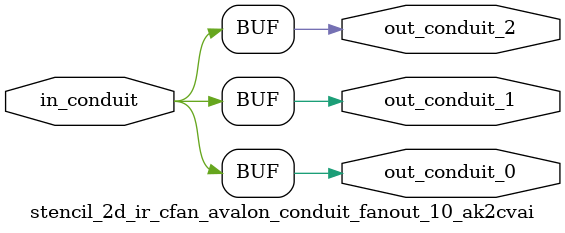
<source format=sv>


 


// --------------------------------------------------------------------------------
//| Avalon Conduit Fan-Out
// --------------------------------------------------------------------------------

// ------------------------------------------
// Generation parameters:
//   output_name:       stencil_2d_ir_cfan_avalon_conduit_fanout_10_ak2cvai
//   numFanOut:         3
//   
// ------------------------------------------

module stencil_2d_ir_cfan_avalon_conduit_fanout_10_ak2cvai (     

// Interface: out_conduit_0
 output                    out_conduit_0,
// Interface: out_conduit_1
 output                    out_conduit_1,
// Interface: out_conduit_2
 output                    out_conduit_2,

// Interface: in_conduit
 input                   in_conduit

);

   assign  out_conduit_0 = in_conduit;
   assign  out_conduit_1 = in_conduit;
   assign  out_conduit_2 = in_conduit;

endmodule //


</source>
